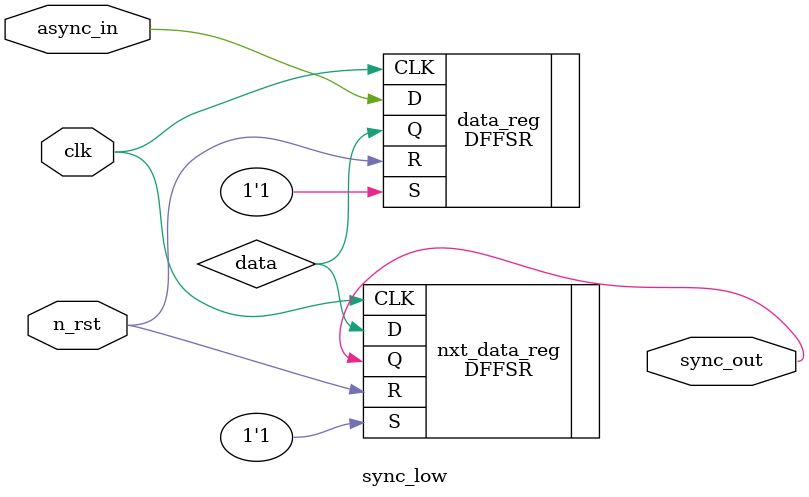
<source format=v>


module sync_low ( clk, n_rst, async_in, sync_out );
  input clk, n_rst, async_in;
  output sync_out;
  wire   data;

  DFFSR data_reg ( .D(async_in), .CLK(clk), .R(n_rst), .S(1'b1), .Q(data) );
  DFFSR nxt_data_reg ( .D(data), .CLK(clk), .R(n_rst), .S(1'b1), .Q(sync_out)
         );
endmodule


</source>
